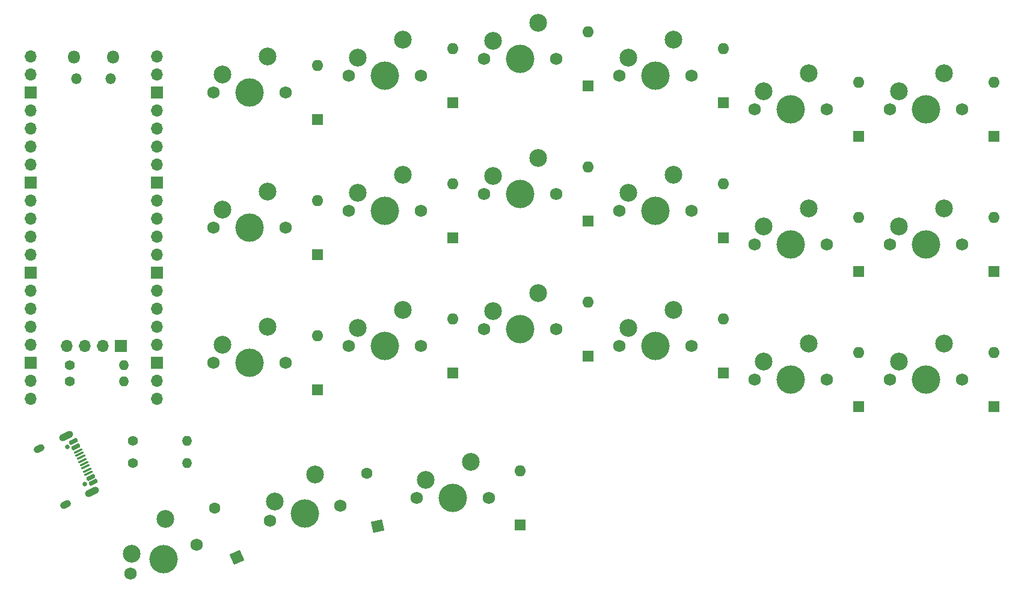
<source format=gbr>
%TF.GenerationSoftware,KiCad,Pcbnew,8.0.8*%
%TF.CreationDate,2025-03-11T20:04:37-04:00*%
%TF.ProjectId,Keyboard,4b657962-6f61-4726-942e-6b696361645f,rev?*%
%TF.SameCoordinates,Original*%
%TF.FileFunction,Soldermask,Top*%
%TF.FilePolarity,Negative*%
%FSLAX46Y46*%
G04 Gerber Fmt 4.6, Leading zero omitted, Abs format (unit mm)*
G04 Created by KiCad (PCBNEW 8.0.8) date 2025-03-11 20:04:37*
%MOMM*%
%LPD*%
G01*
G04 APERTURE LIST*
G04 Aperture macros list*
%AMRoundRect*
0 Rectangle with rounded corners*
0 $1 Rounding radius*
0 $2 $3 $4 $5 $6 $7 $8 $9 X,Y pos of 4 corners*
0 Add a 4 corners polygon primitive as box body*
4,1,4,$2,$3,$4,$5,$6,$7,$8,$9,$2,$3,0*
0 Add four circle primitives for the rounded corners*
1,1,$1+$1,$2,$3*
1,1,$1+$1,$4,$5*
1,1,$1+$1,$6,$7*
1,1,$1+$1,$8,$9*
0 Add four rect primitives between the rounded corners*
20,1,$1+$1,$2,$3,$4,$5,0*
20,1,$1+$1,$4,$5,$6,$7,0*
20,1,$1+$1,$6,$7,$8,$9,0*
20,1,$1+$1,$8,$9,$2,$3,0*%
%AMHorizOval*
0 Thick line with rounded ends*
0 $1 width*
0 $2 $3 position (X,Y) of the first rounded end (center of the circle)*
0 $4 $5 position (X,Y) of the second rounded end (center of the circle)*
0 Add line between two ends*
20,1,$1,$2,$3,$4,$5,0*
0 Add two circle primitives to create the rounded ends*
1,1,$1,$2,$3*
1,1,$1,$4,$5*%
%AMRotRect*
0 Rectangle, with rotation*
0 The origin of the aperture is its center*
0 $1 length*
0 $2 width*
0 $3 Rotation angle, in degrees counterclockwise*
0 Add horizontal line*
21,1,$1,$2,0,0,$3*%
G04 Aperture macros list end*
%ADD10O,1.600000X1.600000*%
%ADD11R,1.600000X1.600000*%
%ADD12C,2.500000*%
%ADD13C,1.750000*%
%ADD14C,4.000000*%
%ADD15O,1.700000X1.700000*%
%ADD16R,1.700000X1.700000*%
%ADD17O,1.800000X1.800000*%
%ADD18O,1.500000X1.500000*%
%ADD19O,1.400000X1.400000*%
%ADD20C,1.400000*%
%ADD21HorizOval,1.000000X-0.271223X-0.128212X0.271223X0.128212X0*%
%ADD22HorizOval,1.000000X-0.497241X-0.235056X0.497241X0.235056X0*%
%ADD23RoundRect,0.150000X-0.516144X-0.078076X-0.387931X-0.349298X0.516144X0.078076X0.387931X0.349298X0*%
%ADD24RoundRect,0.075000X-0.551896X-0.177934X-0.487790X-0.313545X0.551896X0.177934X0.487790X0.313545X0*%
%ADD25C,0.650000*%
%ADD26HorizOval,1.600000X0.000000X0.000000X0.000000X0.000000X0*%
%ADD27RotRect,1.600000X1.600000X113.879000*%
%ADD28RotRect,1.600000X1.600000X101.940000*%
%ADD29HorizOval,1.600000X0.000000X0.000000X0.000000X0.000000X0*%
G04 APERTURE END LIST*
D10*
%TO.C,D12*%
X399580000Y-185232000D03*
D11*
X399580000Y-192852000D03*
%TD*%
D12*
%TO.C,SW5*%
X373545000Y-164912000D03*
X367195000Y-167452000D03*
D13*
X376085000Y-169992000D03*
D14*
X371005000Y-169992000D03*
D13*
X365925000Y-169992000D03*
%TD*%
D12*
%TO.C,SW18*%
X392595000Y-203012000D03*
X386245000Y-205552000D03*
D13*
X395135000Y-208092000D03*
D14*
X390055000Y-208092000D03*
D13*
X384975000Y-208092000D03*
%TD*%
D12*
%TO.C,SW11*%
X373545000Y-183962000D03*
X367195000Y-186502000D03*
D13*
X376085000Y-189042000D03*
D14*
X371005000Y-189042000D03*
D13*
X365925000Y-189042000D03*
%TD*%
D12*
%TO.C,SW13*%
X297345000Y-200630000D03*
X290995000Y-203170000D03*
D13*
X299885000Y-205710000D03*
D14*
X294805000Y-205710000D03*
D13*
X289725000Y-205710000D03*
%TD*%
D10*
%TO.C,D13*%
X304330000Y-201900000D03*
D11*
X304330000Y-209520000D03*
%TD*%
D10*
%TO.C,D3*%
X342430000Y-159038000D03*
D11*
X342430000Y-166658000D03*
%TD*%
D12*
%TO.C,SW10*%
X354495000Y-179199000D03*
X348145000Y-181739000D03*
D13*
X357035000Y-184279000D03*
D14*
X351955000Y-184279000D03*
D13*
X346875000Y-184279000D03*
%TD*%
D15*
%TO.C,Brd1*%
X268995000Y-203325000D03*
X271535000Y-203325000D03*
X274075000Y-203325000D03*
D16*
X276615000Y-203325000D03*
%TD*%
D12*
%TO.C,SW2*%
X316395000Y-160149000D03*
X310045000Y-162689000D03*
D13*
X318935000Y-165229000D03*
D14*
X313855000Y-165229000D03*
D13*
X308775000Y-165229000D03*
%TD*%
D10*
%TO.C,D10*%
X361480000Y-180469000D03*
D11*
X361480000Y-188089000D03*
%TD*%
D12*
%TO.C,SW20*%
X304009059Y-221444413D03*
X298321937Y-225243194D03*
D13*
X307545093Y-225889013D03*
D14*
X302575000Y-226940000D03*
D13*
X297604907Y-227990987D03*
%TD*%
D15*
%TO.C,U1*%
X263915000Y-162530000D03*
X263915000Y-165070000D03*
D16*
X263915000Y-167610000D03*
D15*
X263915000Y-170150000D03*
X263915000Y-172690000D03*
X263915000Y-175230000D03*
X263915000Y-177770000D03*
D16*
X263915000Y-180310000D03*
D15*
X263915000Y-182850000D03*
X263915000Y-185390000D03*
X263915000Y-187930000D03*
X263915000Y-190470000D03*
D16*
X263915000Y-193010000D03*
D15*
X263915000Y-195550000D03*
X263915000Y-198090000D03*
X263915000Y-200630000D03*
X263915000Y-203170000D03*
D16*
X263915000Y-205710000D03*
D15*
X263915000Y-208250000D03*
X263915000Y-210790000D03*
X281695000Y-210790000D03*
X281695000Y-208250000D03*
D16*
X281695000Y-205710000D03*
D15*
X281695000Y-203170000D03*
X281695000Y-200630000D03*
X281695000Y-198090000D03*
X281695000Y-195550000D03*
D16*
X281695000Y-193010000D03*
D15*
X281695000Y-190470000D03*
X281695000Y-187930000D03*
X281695000Y-185390000D03*
X281695000Y-182850000D03*
D16*
X281695000Y-180310000D03*
D15*
X281695000Y-177770000D03*
X281695000Y-175230000D03*
X281695000Y-172690000D03*
X281695000Y-170150000D03*
D16*
X281695000Y-167610000D03*
D15*
X281695000Y-165070000D03*
X281695000Y-162530000D03*
D17*
X270080000Y-162660000D03*
D18*
X270380000Y-165690000D03*
X275230000Y-165690000D03*
D17*
X275530000Y-162660000D03*
%TD*%
D19*
%TO.C,R2*%
X277105000Y-206060000D03*
D20*
X269485000Y-206060000D03*
%TD*%
D10*
%TO.C,D6*%
X399580000Y-166182000D03*
D11*
X399580000Y-173802000D03*
%TD*%
D19*
%TO.C,R1*%
X277105000Y-208310000D03*
D20*
X269485000Y-208310000D03*
%TD*%
D12*
%TO.C,SW19*%
X282925938Y-227714290D03*
X278147777Y-232607476D03*
D13*
X287305000Y-231331169D03*
D14*
X282659872Y-233387667D03*
D13*
X278014744Y-235444165D03*
%TD*%
D12*
%TO.C,SW7*%
X297345000Y-181580000D03*
X290995000Y-184120000D03*
D13*
X299885000Y-186660000D03*
D14*
X294805000Y-186660000D03*
D13*
X289725000Y-186660000D03*
%TD*%
D12*
%TO.C,SW4*%
X354495000Y-160149000D03*
X348145000Y-162689000D03*
D13*
X357035000Y-165229000D03*
D14*
X351955000Y-165229000D03*
D13*
X346875000Y-165229000D03*
%TD*%
D12*
%TO.C,SW16*%
X354495000Y-198249000D03*
X348145000Y-200789000D03*
D13*
X357035000Y-203329000D03*
D14*
X351955000Y-203329000D03*
D13*
X346875000Y-203329000D03*
%TD*%
D10*
%TO.C,D11*%
X380530000Y-185232000D03*
D11*
X380530000Y-192852000D03*
%TD*%
D12*
%TO.C,SW3*%
X335445000Y-157768000D03*
X329095000Y-160308000D03*
D13*
X337985000Y-162848000D03*
D14*
X332905000Y-162848000D03*
D13*
X327825000Y-162848000D03*
%TD*%
%TO.C,SW21*%
X318300000Y-224760000D03*
D14*
X323380000Y-224760000D03*
D13*
X328460000Y-224760000D03*
D12*
X319570000Y-222220000D03*
X325920000Y-219680000D03*
%TD*%
D10*
%TO.C,D2*%
X323380000Y-161419000D03*
D11*
X323380000Y-169039000D03*
%TD*%
D10*
%TO.C,D7*%
X304330000Y-182865000D03*
D11*
X304330000Y-190485000D03*
%TD*%
D10*
%TO.C,D4*%
X361480000Y-161419000D03*
D11*
X361480000Y-169039000D03*
%TD*%
D19*
%TO.C,R3*%
X285945000Y-219860000D03*
D20*
X278325000Y-219860000D03*
%TD*%
D10*
%TO.C,D1*%
X304330000Y-163800000D03*
D11*
X304330000Y-171420000D03*
%TD*%
D12*
%TO.C,SW8*%
X316395000Y-179199000D03*
X310045000Y-181739000D03*
D13*
X318935000Y-184279000D03*
D14*
X313855000Y-184279000D03*
D13*
X308775000Y-184279000D03*
%TD*%
D21*
%TO.C,J1*%
X268844373Y-225670000D03*
D22*
X272623407Y-223883578D03*
D21*
X265151865Y-217858791D03*
D22*
X268930899Y-216072369D03*
D23*
X269988166Y-216811414D03*
X270330064Y-217534674D03*
D24*
X270607857Y-218122323D03*
X271035231Y-219026398D03*
X271676291Y-220382511D03*
X272103665Y-221286586D03*
D23*
X272381458Y-221874235D03*
X272723357Y-222597495D03*
X272723357Y-222597495D03*
X272381458Y-221874235D03*
D24*
X271889978Y-220834549D03*
X271462605Y-219930473D03*
X271248918Y-219478436D03*
X270821544Y-218574361D03*
D23*
X270330064Y-217534674D03*
X269988166Y-216811414D03*
D25*
X271560225Y-222804438D03*
X269090006Y-217578884D03*
%TD*%
D10*
%TO.C,D14*%
X323380000Y-199519000D03*
D11*
X323380000Y-207139000D03*
%TD*%
D12*
%TO.C,SW9*%
X335445000Y-176818000D03*
X329095000Y-179358000D03*
D13*
X337985000Y-181898000D03*
D14*
X332905000Y-181898000D03*
D13*
X327825000Y-181898000D03*
%TD*%
D12*
%TO.C,SW17*%
X373545000Y-203012000D03*
X367195000Y-205552000D03*
D13*
X376085000Y-208092000D03*
D14*
X371005000Y-208092000D03*
D13*
X365925000Y-208092000D03*
%TD*%
D26*
%TO.C,D19*%
X289889358Y-226192823D03*
D27*
X292973983Y-233160569D03*
%TD*%
D10*
%TO.C,D16*%
X361480000Y-199519000D03*
D11*
X361480000Y-207139000D03*
%TD*%
D12*
%TO.C,SW15*%
X335445000Y-195868000D03*
X329095000Y-198408000D03*
D13*
X337985000Y-200948000D03*
D14*
X332905000Y-200948000D03*
D13*
X327825000Y-200948000D03*
%TD*%
D28*
%TO.C,D20*%
X312839721Y-228723755D03*
D29*
X311263240Y-221268615D03*
%TD*%
D10*
%TO.C,D21*%
X332905000Y-220965000D03*
D11*
X332905000Y-228585000D03*
%TD*%
D12*
%TO.C,SW6*%
X392595000Y-164912000D03*
X386245000Y-167452000D03*
D13*
X395135000Y-169992000D03*
D14*
X390055000Y-169992000D03*
D13*
X384975000Y-169992000D03*
%TD*%
D12*
%TO.C,SW14*%
X316395000Y-198249000D03*
X310045000Y-200789000D03*
D13*
X318935000Y-203329000D03*
D14*
X313855000Y-203329000D03*
D13*
X308775000Y-203329000D03*
%TD*%
D10*
%TO.C,D15*%
X342430000Y-197138000D03*
D11*
X342430000Y-204758000D03*
%TD*%
D10*
%TO.C,D8*%
X323380000Y-180469000D03*
D11*
X323380000Y-188089000D03*
%TD*%
D19*
%TO.C,R4*%
X285945000Y-216710000D03*
D20*
X278325000Y-216710000D03*
%TD*%
D10*
%TO.C,D18*%
X399580000Y-204282000D03*
D11*
X399580000Y-211902000D03*
%TD*%
D10*
%TO.C,D5*%
X380530000Y-166182000D03*
D11*
X380530000Y-173802000D03*
%TD*%
D12*
%TO.C,SW12*%
X392595000Y-183962000D03*
X386245000Y-186502000D03*
D13*
X395135000Y-189042000D03*
D14*
X390055000Y-189042000D03*
D13*
X384975000Y-189042000D03*
%TD*%
D12*
%TO.C,SW1*%
X297345000Y-162530000D03*
X290995000Y-165070000D03*
D13*
X299885000Y-167610000D03*
D14*
X294805000Y-167610000D03*
D13*
X289725000Y-167610000D03*
%TD*%
D10*
%TO.C,D17*%
X380530000Y-204282000D03*
D11*
X380530000Y-211902000D03*
%TD*%
D10*
%TO.C,D9*%
X342430000Y-178088000D03*
D11*
X342430000Y-185708000D03*
%TD*%
M02*

</source>
